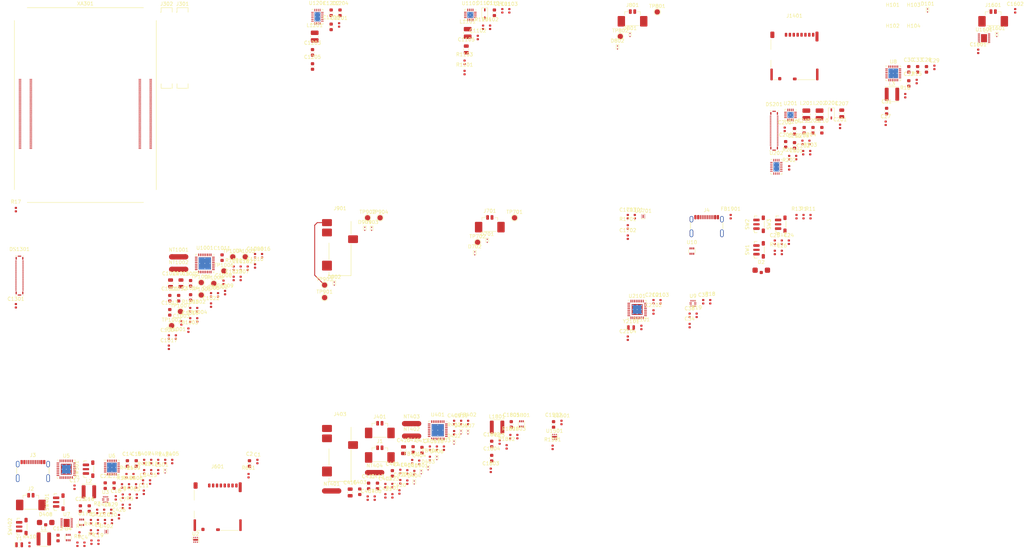
<source format=kicad_pcb>
(kicad_pcb (version 20210424) (generator pcbnew)
  (layers (0 "F.Cu" signal) (1 "In1.Cu" power) (2 "In2.Cu" mixed) (3 "In3.Cu" mixed) (4 "In4.Cu" power) (31 "B.Cu" signal) (34 "B.Paste" user) (35 "F.Paste" user) (36 "B.SilkS" user "B.Silkscreen") (37 "F.SilkS" user "F.Silkscreen") (38 "B.Mask" user) (39 "F.Mask" user) (44 "Edge.Cuts" user))
  (net 0 "")
  (net 1 "GND")
  (net 2 "+3V3")
  (net 3 "/System Control Block/scb_5v_en")
  (net 4 "+1V8")
  (net 5 "+5V")
  (net 6 "GNDA")
  (net 7 "Net-(C2-Pad1)")
  (net 8 "Net-(C201-Pad1)")
  (net 9 "Net-(C203-Pad1)")
  (net 10 "Net-(C208-Pad2)")
  (net 11 "Net-(C208-Pad1)")
  (net 12 "Net-(C209-Pad1)")
  (net 13 "Net-(C405-Pad1)")
  (net 14 "Net-(C406-Pad1)")
  (net 15 "Net-(C407-Pad1)")
  (net 16 "Net-(C408-Pad1)")
  (net 17 "Net-(C415-Pad2)")
  (net 18 "Net-(C416-Pad2)")
  (net 19 "Net-(C418-Pad1)")
  (net 20 "Net-(C419-Pad1)")
  (net 21 "Net-(C420-Pad2)")
  (net 22 "Net-(C421-Pad2)")
  (net 23 "Net-(C422-Pad2)")
  (net 24 "Net-(C423-Pad2)")
  (net 25 "Net-(D201-Pad2)")
  (net 26 "Net-(L202-Pad2)")
  (net 27 "Net-(R201-Pad1)")
  (net 28 "Net-(R202-Pad1)")
  (net 29 "Net-(R203-Pad2)")
  (net 30 "/Display1/disp_led+")
  (net 31 "/Display1/disp_avdd")
  (net 32 "/Display1/disp_avee")
  (net 33 "Net-(FB1-Pad1)")
  (net 34 "/5V Regulator/EN")
  (net 35 "/System Control Block/scb_usb_cc1")
  (net 36 "Net-(C7-Pad1)")
  (net 37 "Net-(C8-Pad1)")
  (net 38 "Net-(C9-Pad2)")
  (net 39 "Net-(C9-Pad1)")
  (net 40 "/System Control Block/scb_usb_cc2")
  (net 41 "Net-(C12-Pad1)")
  (net 42 "Net-(C13-Pad1)")
  (net 43 "/System Control Block/scb_sw_pow")
  (net 44 "/System Control Block/scb_vbat_sns")
  (net 45 "Net-(C19-Pad1)")
  (net 46 "Net-(C20-Pad1)")
  (net 47 "/Audio/aud_hpr")
  (net 48 "/Audio/aud_hpl")
  (net 49 "/Audio/aud_micdet")
  (net 50 "/Audio/aud_mic")
  (net 51 "Net-(D1-Pad1)")
  (net 52 "/Audio/aud_sprm")
  (net 53 "/Audio/aud_sprp")
  (net 54 "/Audio/aud_splm")
  (net 55 "/Audio/aud_splp")
  (net 56 "/System Control Block/scb_usb_dp")
  (net 57 "/System Control Block/scb_usb_dm")
  (net 58 "Net-(L2-Pad2)")
  (net 59 "/Memory/mem_pwr")
  (net 60 "/System Control Block/scb_int_usbc")
  (net 61 "Net-(R4-Pad1)")
  (net 62 "Net-(R5-Pad2)")
  (net 63 "/System Control Block/scb_int_fg")
  (net 64 "/Audio/aud_micbias")
  (net 65 "/System Control Block/scb_loc_scl")
  (net 66 "/System Control Block/scb_loc_sda")
  (net 67 "/System Control Block/scb_sw_vol+")
  (net 68 "/System Control Block/scb_sw_vol-")
  (net 69 "/Buttons & LEDs/scb_sw_pow")
  (net 70 "/Buttons & LEDs/scb_sw_vol+")
  (net 71 "/Buttons & LEDs/scb_sw_vol-")
  (net 72 "/Audio CODEC/IOVDD")
  (net 73 "/Audio CODEC/DVDD")
  (net 74 "Net-(C1005-Pad1)")
  (net 75 "/Audio CODEC/AVDD")
  (net 76 "/Audio CODEC/SPVDD")
  (net 77 "Net-(C1008-Pad1)")
  (net 78 "/Audio CODEC/hpr")
  (net 79 "/Audio CODEC/HP_R")
  (net 80 "/Audio CODEC/SPL_P")
  (net 81 "/Audio CODEC/SPL_M")
  (net 82 "Net-(C1018-Pad1)")
  (net 83 "/Audio CODEC/micdet")
  (net 84 "/Audio CODEC/mic")
  (net 85 "/Audio CODEC/hpl")
  (net 86 "/Audio CODEC/HP_L")
  (net 87 "/Audio CODEC/SPR_P")
  (net 88 "/Audio CODEC/SPR_M")
  (net 89 "Net-(C1023-Pad1)")
  (net 90 "Net-(C28-Pad1)")
  (net 91 "Net-(C29-Pad1)")
  (net 92 "Net-(C29-Pad2)")
  (net 93 "Net-(C30-Pad1)")
  (net 94 "Net-(C31-Pad1)")
  (net 95 "Net-(C1101-Pad1)")
  (net 96 "Net-(C1103-Pad1)")
  (net 97 "/Backlight/disp_led+")
  (net 98 "Net-(C1203-Pad1)")
  (net 99 "Net-(C1203-Pad2)")
  (net 100 "/Bias/disp_avdd")
  (net 101 "Net-(C1205-Pad1)")
  (net 102 "/Bias/disp_avee")
  (net 103 "/SD Power/VIN")
  (net 104 "/SD Power/VOUT")
  (net 105 "/Battery/scb_vbat_sns")
  (net 106 "Net-(C1602-Pad1)")
  (net 107 "/3V3 Regulators/VIN")
  (net 108 "/3V3 Regulators/VOUT1")
  (net 109 "/3V3 Regulators/VOUT2")
  (net 110 "/5V Regulator/VIN")
  (net 111 "/5V Regulator/VOUT")
  (net 112 "Net-(C1803-Pad2)")
  (net 113 "Net-(C2102-Pad1)")
  (net 114 "Net-(C2103-Pad1)")
  (net 115 "/Type-C Controller/scb_usb_cc1")
  (net 116 "/Type-C Controller/scb_usb_cc2")
  (net 117 "Net-(D408-Pad2)")
  (net 118 "Net-(D408-Pad3)")
  (net 119 "/Right speaker/SP_M")
  (net 120 "/Right speaker/SP_P")
  (net 121 "/Left speaker/SP_M")
  (net 122 "/Left speaker/SP_P")
  (net 123 "/Headpnones/HP_L")
  (net 124 "/Headpnones/HP_R")
  (net 125 "/Headpnones/MIC")
  (net 126 "Net-(D2-Pad2)")
  (net 127 "Net-(D2-Pad3)")
  (net 128 "Net-(D1101-Pad2)")
  (net 129 "Net-(D1601-Pad1)")
  (net 130 "/Display1/disp_pwm")
  (net 131 "/Display1/disp_led2-")
  (net 132 "/Display1/disp_led1-")
  (net 133 "/Audio CODEC/splp")
  (net 134 "/Audio CODEC/splm")
  (net 135 "/Audio CODEC/sprp")
  (net 136 "/Audio CODEC/sprm")
  (net 137 "Net-(FB1901-Pad1)")
  (net 138 "/USB Type-C/scb_usb_cc1")
  (net 139 "/USB Type-C/scb_usb_dm")
  (net 140 "/USB Type-C/scb_usb_dp")
  (net 141 "/USB Type-C/scb_usb_cc2")
  (net 142 "Net-(L1201-Pad2)")
  (net 143 "Net-(L1801-Pad2)")
  (net 144 "/System Control Block/scb_dbg_rst")
  (net 145 "/System Control Block/scb_3v3a_en")
  (net 146 "/System Control Block/scb_int_bc")
  (net 147 "/System Control Block/scb_global_en")
  (net 148 "/System Control Block/scb_led_g")
  (net 149 "/Audio CODEC/micbias")
  (net 151 "Net-(R1101-Pad1)")
  (net 152 "Net-(R1102-Pad1)")
  (net 153 "Net-(R1103-Pad2)")
  (net 154 "/Compute module 4/scb_global_en")
  (net 155 "/SD Power/EN")
  (net 156 "/3V3 Regulators/EN2")
  (net 157 "/System controller/scb_dbg_rst")
  (net 158 "/Type-C Controller/scb_int_usbc")
  (net 160 "/Audio CODEC/reset")
  (net 161 "/Audio CODEC/int")
  (net 162 "/Audio CODEC/mclk")
  (net 163 "/Audio CODEC/i2s_sclk")
  (net 164 "/Audio CODEC/i2s_fs")
  (net 165 "/Audio CODEC/i2s_dout")
  (net 166 "/Audio CODEC/i2s_din")
  (net 167 "/Display1/disp_d0_n")
  (net 168 "/Display1/disp_d0_p")
  (net 169 "/Display1/disp_d1_n")
  (net 170 "/Display1/disp_d1_p")
  (net 173 "/Display1/disp_d3_n")
  (net 174 "/Display1/disp_d3_p")
  (net 175 "/Display1/disp_clk_n")
  (net 176 "/Display1/disp_clk_p")
  (net 177 "/Display1/disp_d2_n")
  (net 178 "/Display1/disp_d2_p")
  (net 181 "/Display/disp_avdd")
  (net 182 "/Display/disp_avee")
  (net 183 "/Display/disp_d0_n")
  (net 184 "/Display/disp_d0_p")
  (net 185 "/Display/disp_d1_n")
  (net 186 "/Display/disp_d1_p")
  (net 187 "/Display/disp_led+")
  (net 188 "/Display/disp_led1-")
  (net 189 "/Display/disp_led2-")
  (net 192 "/Display/disp_d3_n")
  (net 193 "/Display/disp_d3_p")
  (net 194 "/Display/disp_clk_n")
  (net 195 "/Display/disp_clk_p")
  (net 196 "/Display/disp_d2_n")
  (net 197 "/Display/disp_d2_p")
  (net 200 "/Display/disp_pwm")
  (net 206 "/Memory/mem_clk")
  (net 207 "/Memory/mem_cmd")
  (net 208 "/Memory/mem_dat3")
  (net 209 "/Memory/mem_dat2")
  (net 210 "/Memory/mem_dat0")
  (net 212 "/Memory/mem_dat1")
  (net 214 "/SD Card/sd_clk")
  (net 215 "/SD Card/VDD")
  (net 216 "/SD Card/sd_cmd")
  (net 217 "/SD Card/sd_dat3")
  (net 218 "/SD Card/sd_dat2")
  (net 219 "/SD Card/sd_dat0")
  (net 221 "/SD Card/sd_dat1")
  (net 222 "/Buttons & LEDs/scb_led_r")
  (net 223 "/Buttons & LEDs/scb_led_g")
  (net 224 "Net-(R15-Pad2)")
  (net 225 "Net-(R19-Pad1)")
  (net 226 "/System Control Block/scb_led_r")
  (net 228 "/System Control Block/scb_usb_id")
  (net 235 "/System Control Block/scb_sda")
  (net 236 "/System Control Block/scb_scl")
  (net 237 "/System Control Block/scb_int2")
  (net 241 "/System Control Block/scb_led_act")
  (net 244 "/System Control Block/scb_dbg_updi")
  (net 247 "/System Control Block/scb_bc_psel")
  (net 248 "/System Control Block/scb_bc_pg")
  (net 250 "/System Control Block/scb_bc_otg")
  (net 257 "/System Control Block/scb_ibat_sns_m")
  (net 258 "/System Control Block/scb_ibat_sns_p")
  (net 259 "/Charger/scb_bc_psel")
  (net 260 "/Charger/scb_bc_pg")
  (net 262 "/Charger/scb_loc_scl")
  (net 263 "/Charger/scb_loc_sda")
  (net 264 "/Charger/scb_int_bc")
  (net 265 "/Charger/scb_bc_otg")
  (net 268 "/Type-C Controller/scb_loc_sda")
  (net 269 "/Type-C Controller/scb_loc_scl")
  (net 270 "/Type-C Controller/scb_usb_id")
  (net 271 "/Display1/disp_vbp_en")
  (net 272 "/Display1/disp_vbn_en")
  (net 273 "/Display1/disp_sda")
  (net 274 "/Display1/disp_scl")
  (net 275 "/Audio/aud_dout")
  (net 276 "/Audio/aud_din")
  (net 277 "/Audio/aud_wclk")
  (net 278 "/Audio/aud_bclk")
  (net 280 "/Audio/aud_sda")
  (net 281 "/Audio/aud_scl")
  (net 282 "/Audio/aud_reset")
  (net 283 "/Audio/aud_int")
  (net 284 "/Audio CODEC/i2c_sda")
  (net 285 "/Audio CODEC/i2c_scl")
  (net 286 "/Backlight/disp_pwm")
  (net 287 "/Backlight/disp_led2-")
  (net 288 "/Backlight/disp_led1-")
  (net 289 "/Bias/disp_vbp_en")
  (net 290 "/Bias/disp_vbn_en")
  (net 291 "/Bias/disp_sda")
  (net 292 "/Bias/disp_scl")
  (net 298 "/Battery/scb_ibat_sns_m")
  (net 299 "/Battery/scb_ibat_sns_p")
  (net 300 "/Battery/scb_int_fg")
  (net 301 "/Battery/scb_loc_sda")
  (net 302 "/Battery/scb_loc_scl")
  (net 303 "/System controller/scb_loc_scl")
  (net 310 "/System controller/scb_sda")
  (net 311 "/System controller/scb_scl")
  (net 312 "/System controller/scb_int_fg")
  (net 313 "/System controller/scb_int_usbc")
  (net 314 "/System controller/scb_int_bc")
  (net 315 "/System controller/scb_int2")
  (net 316 "/System controller/scb_global_en")
  (net 320 "/System controller/scb_led_act")
  (net 321 "/System controller/scb_led_g")
  (net 324 "/System controller/scb_dbg_updi")
  (net 327 "/System controller/scb_loc_sda")
  (net 342 "/Compute module 4/scb_led_act")
  (net 344 "/Compute module 4/aud_din")
  (net 345 "/Compute module 4/aud_wclk")
  (net 346 "/Compute module 4/aud_dout")
  (net 364 "/Compute module 4/aud_bclk")
  (net 370 "/Compute module 4/mem_clk")
  (net 372 "/Compute module 4/mem_dat3")
  (net 373 "/Compute module 4/mem_cmd")
  (net 374 "/Compute module 4/mem_dat0")
  (net 376 "/Compute module 4/mem_dat1")
  (net 378 "/Compute module 4/mem_dat2")
  (net 382 "/Compute module 4/mem_pwr")
  (net 384 "/Compute module 4/aud_scl")
  (net 385 "/Compute module 4/aud_sda")
  (net 388 "/Compute module 4/scb_run_pg")
  (net 389 "/Compute module 4/scb_rpiboot")
  (net 393 "/Compute module 4/scb_3v3a_en")
  (net 394 "/Compute module 4/scb_extrst")
  (net 395 "/Compute module 4/scb_usb_id")
  (net 397 "/Compute module 4/scb_usb_dm")
  (net 399 "/Compute module 4/scb_usb_dp")
  (net 447 "/Compute module 4/disp_d0_n")
  (net 449 "/Compute module 4/disp_d0_p")
  (net 451 "/Compute module 4/disp_d1_n")
  (net 453 "/Compute module 4/disp_d1_p")
  (net 455 "/Compute module 4/disp_clk_n")
  (net 457 "/Compute module 4/disp_clk_p")
  (net 459 "/Compute module 4/disp_d2_n")
  (net 460 "/Compute module 4/disp_d3_n")
  (net 461 "/Compute module 4/disp_d2_p")
  (net 462 "/Compute module 4/disp_d3_p")
  (footprint "DIYPie:C_0402_1005Metric" (layer "F.Cu") (at 73.068 114.686)
    (fp_text reference "C1005")
    (fp_text value "470n")
  )
  (footprint "DIYPie:C_0603_1608Metric" (layer "F.Cu") (at 246.398 67.966)
    (fp_text reference "C210")
    (fp_text value "10u")
  )
  (footprint "DIYPie:R_0402_1005Metric" (layer "F.Cu") (at 35.158 185.456)
    (fp_text reference "R8")
    (fp_text value "732K")
  )
  (footprint "DIYPie:C_0402_1005Metric" (layer "F.Cu") (at 76.618 111.136)
    (fp_text reference "C1008")
    (fp_text value "470n")
  )
  (footprint "DIYPie:C_0603_1608Metric" (layer "F.Cu") (at 51.848 162.536)
    (fp_text reference "C15")
    (fp_text value "10u")
  )
  (footprint "DIYPie:D_SOD-923" (layer "F.Cu") (at 130.738 167.931)
    (fp_text reference "D404")
    (fp_text value "DF2B7AFS")
  )
  (footprint "DIYPie:L_TYA4020" (layer "F.Cu") (at 25.628 183.956)
    (fp_text reference "L1")
    (fp_text value "1u")
  )
  (footprint "DIYPie:D_SOD-323F" (layer "F.Cu") (at 249.098 63.346)
    (fp_text reference "D201")
    (fp_text value "PMEG4010CEJ")
  )
  (footprint "DIYPie:R_0402_1005Metric" (layer "F.Cu") (at 158.008 154.916)
    (fp_text reference "R1801")
    (fp_text value "732K")
  )
  (footprint "DIYPie:C_0603_1608Metric" (layer "F.Cu") (at 109.668 34.636)
    (fp_text reference "C1204")
    (fp_text value "10u")
  )
  (footprint "DIYPie:R_0402_1005Metric" (layer "F.Cu") (at 47.808 168.906)
    (fp_text reference "R10")
    (fp_text value "10K")
  )
  (footprint "DIYPie:C_0402_1005Metric" (layer "F.Cu") (at 81.488 110.036)
    (fp_text reference "C1007")
    (fp_text value "0u1")
  )
  (footprint "DIYPie:CKCOMPONENTS_PTS845VM20PSMTR4LFS" (layer "F.Cu") (at 228.738 94.666)
    (fp_text reference "SW2")
    (fp_text value "VOL+")
  )
  (footprint "DIYPie:C_0402_1005Metric" (layer "F.Cu") (at 191.338 92.496)
    (fp_text reference "C1703")
    (fp_text value "470n")
  )
  (footprint "DIYPie:C_0402_1005Metric" (layer "F.Cu") (at 152.458 164.476)
    (fp_text reference "C1803")
    (fp_text value "220p")
  )
  (footprint "DIYPie:R_0402_1005Metric" (layer "F.Cu") (at 50.018 174.726)
    (fp_text reference "R5")
    (fp_text value "10K")
  )
  (footprint "DIYPie:R_0402_1005Metric" (layer "F.Cu") (at 21.548 185.536)
    (fp_text reference "R410")
    (fp_text value "100R")
  )
  (footprint "DIYPie:C_0603_1608Metric" (layer "F.Cu") (at 29.658 183.686)
    (fp_text reference "C12")
    (fp_text value "4u7")
  )
  (footprint "DIYPie:C_0402_1005Metric" (layer "F.Cu") (at 130.758 165.116)
    (fp_text reference "C417")
    (fp_text value "470n")
  )
  (footprint "DIYPie:D_SOD-923" (layer "F.Cu") (at 191.958 40.941)
    (fp_text reference "D801")
    (fp_text value "DF2B7AFS")
  )
  (footprint "DIYPie:C_0402_1005Metric" (layer "F.Cu") (at 81.488 107.126)
    (fp_text reference "C1018")
    (fp_text value "47n")
  )
  (footprint "DIYPie:C_0402_1005Metric" (layer "F.Cu") (at 17.698 117.786)
    (fp_text reference "C1301")
    (fp_text value "1u")
  )
  (footprint "DIYPie:C_0402_1005Metric" (layer "F.Cu") (at 67.168 121.796)
    (fp_text reference "C1019")
    (fp_text value "470n")
  )
  (footprint "DIYPie:R_0402_1005Metric" (layer "F.Cu") (at 145.018 48.696)
    (fp_text reference "R1103")
    (fp_text value "732K")
  )
  (footprint "DIYPie:C_0402_1005Metric" (layer "F.Cu") (at 44.738 176.136)
    (fp_text reference "C429")
    (fp_text value "0u1")
  )
  (footprint "DIYPie:C_0402_1005Metric" (layer "F.Cu") (at 79.498 110.036)
    (fp_text reference "C1023")
    (fp_text value "47n")
  )
  (footprint "DIYPie:C_0402_1005Metric" (layer "F.Cu") (at 34.338 169.276)
    (fp_text reference "C17")
    (fp_text value "220p")
  )
  (footprint "DIYPie:MAXIM_TDFN-14-EP-T1433-2C" (layer "F.Cu") (at 292.418 41.856)
    (fp_text reference "U1601")
    (fp_text value "MAX17260SETD+")
  )
  (footprint "DIYPie:TestPoint_Pad_D1.5mm" (layer "F.Cu") (at 76.728 107.906)
    (fp_text reference "TP1006")
    (fp_text value "TestPoint")
  )
  (footprint "DIYPie:L_0402_1005Metric" (layer "F.Cu") (at 69.158 121.796)
    (fp_text reference "FB1004")
    (fp_text value "120R")
  )
  (footprint "DIYPie:C_0805_2012Metric" (layer "F.Cu") (at 64.538 111.426)
    (fp_text reference "C1015")
    (fp_text value "47u")
  )
  (footprint "DIYPie:C_0402_1005Metric" (layer "F.Cu") (at 119.518 172.366)
    (fp_text reference "C406")
    (fp_text value "0u1")
  )
  (footprint "DIYPie:C_0603_1608Metric" (layer "F.Cu") (at 273.578 50.696)
    (fp_text reference "C33")
    (fp_text value "10u")
  )
  (footprint "DIYPie:D_SOD-923" (layer "F.Cu") (at 60.048 164.801)
    (fp_text reference "D1")
    (fp_text value "DF2B7AFS")
  )
  (footprint "DIYPie:L_TYA4020" (layer "F.Cu") (at 266.298 57.756)
    (fp_text reference "L3")
    (fp_text value "1u")
  )
  (footprint "DIYPie:L_0402_1005Metric" (layer "F.Cu") (at 146.028 150.906)
    (fp_text reference "FB402")
    (fp_text value "120R")
  )
  (footprint "DIYPie:CKCOMPONENTS_PTS845VM20PSMTR4LFS" (layer "F.Cu") (at 228.738 101.916)
    (fp_text reference "SW1")
    (fp_text value "POWER")
  )
  (footprint "DIYPie:L_0402_1005Metric" (layer "F.Cu") (at 75.058 114.686)
    (fp_text reference "FB1002")
    (fp_text value "120R")
  )
  (footprint "DIYPie:R_0402_1005Metric" (layer "F.Cu") (at 39.138 184.866)
    (fp_text reference "R6")
    (fp_text value "10K")
  )
  (footprint "DIYPie:C_0603_1608Metric" (layer "F.Cu") (at 35.998 175.336)
    (fp_text reference "C22")
    (fp_text value "10u")
  )
  (footprint "DIYPie:D_SOD-323F" (layer "F.Cu") (at 150.748 34.966)
    (fp_text reference "D1101")
    (fp_text value "PMEG4010CEJ")
  )
  (footprint "DIYPie:C_0402_1005Metric" (layer "F.Cu") (at 198.628 119.556)
    (fp_text reference "C2102")
    (fp_text value "12p")
  )
  (footprint "DIYPie:C_0402_1005Metric" (layer "F.Cu") (at 128.768 164.926)
    (fp_text reference "C408")
    (fp_text value "470n")
  )
  (footprint "DIYPie:TestPoint_Pad_D1.5mm" (layer "F.Cu") (at 70.298 111.186)
    (fp_text reference "TP1005")
    (fp_text value "TestPoint")
  )
  (footprint "DIYPie:C_0402_1005Metric" (layer "F.Cu") (at 155.728 34.086)
    (fp_text reference "C1101")
    (fp_text value "1u")
  )
  (footprint "DIYPie:R_0402_1005Metric" (layer "F.Cu") (at 49.078 165.996)
    (fp_text reference "R411")
    (fp_text value "100R")
  )
  (footprint "DIYPie:C_0603_1608Metric" (layer "F.Cu") (at 67.268 115.426)
    (fp_text reference "C1014")
    (fp_text value "10u")
  )
  (footprint "DIYPie:MICROCHIP_VQFN-32_RXB" (layer "F.Cu") (at 31.998 164.176)
    (fp_text reference "U5")
    (fp_text value "ATmega808-M")
  )
  (footprint "DIYPie:C_0402_1005Metric" (layer "F.Cu") (at 240.888 71.426)
    (fp_text reference "C205")
    (fp_text value "1u")
  )
  (footprint "DIYPie:SOT-563" (layer "F.Cu") (at 36.368 179.216)
    (fp_text reference "U1")
    (fp_text value "TPS61023")
  )
  (footprint "DIYPie:TDFN1616-6LD-PL-1" (layer "F.Cu") (at 170.538 154.986)
    (fp_text reference "U1501")
    (fp_text value "MIC94305")
  )
  (footprint "DIYPie:NetTie-2_SMD_Pad1.5mm" (layer "F.Cu") (at 63.888 103.896)
    (fp_text reference "NT1001")
    (fp_text value "Net-Tie_2")
  )
  (footprint "DIYPie:TestPoint_Pad_D1.5mm" (layer "F.Cu") (at 70.298 114.736)
    (fp_text reference "TP1001")
    (fp_text value "TestPoint")
  )
  (footprint "DIYPie:L_0402_1005Metric" (layer "F.Cu") (at 135.178 161.106)
    (fp_text reference "FB404")
    (fp_text value "120R")
  )
  (footprint "DIYPie:C_0603_1608Metric" (layer "F.Cu") (at 124.528 165.356)
    (fp_text reference "C401")
    (fp_text value "4u7")
  )
  (footprint "DIYPie:C_0402_1005Metric" (layer "F.Cu") (at 109.408 38.096)
    (fp_text reference "C1201")
    (fp_text value "1u")
  )
  (footprint "DIYPie:C_0603_1608Metric" (layer "F.Cu") (at 67.268 111.416)
    (fp_text reference "C1002")
    (fp_text value "4u7")
  )
  (footprint "DIYPie:C_0603_1608Metric" (layer "F.Cu") (at 38.508 175.336)
    (fp_text reference "C16")
    (fp_text value "10u")
  )
  (footprint "DIYPie:L_1008_2520Metric" (layer "F.Cu") (at 145.898 40.356)
    (fp_text reference "L1101")
    (fp_text value "4u7")
  )
  (footprint "DIYPie:C_0402_1005Metric" (layer "F.Cu") (at 55.768 167.806)
    (fp_text reference "C425")
    (fp_text value "470n")
  )
  (footprint "DIYPie:R_0402_1005Metric" (layer "F.Cu") (at 152.258 38.756)
    (fp_text reference "R1102")
    (fp_text value "82K")
  )
  (footprint "DIYPie:R_0402_1005Metric" (layer "F.Cu") (at 139.158 158.196)
    (fp_text reference "R403")
    (fp_text value "100R")
  )
  (footprint "DIYPie:NetTie-2_SMD_Pad1.5mm" (layer "F.Cu") (at 63.888 107.446)
    (fp_text reference "NT1002")
    (fp_text value "Net-Tie_2")
  )
  (footprint "DIYPie:C_0402_1005Metric" (layer "F.Cu") (at 60.068 161.986)
    (fp_text reference "C424")
    (fp_text value "470n")
  )
  (footprint "DIYPie:R_0402_1005Metric" (layer "F.Cu") (at 51.068 165.996)
    (fp_text reference "R409")
    (fp_text value "10K")
  )
  (footprint "DIYPie:C_0402_1005Metric" (layer "F.Cu") (at 48.028 171.816)
    (fp_text reference "C9")
    (fp_text value "47n")
  )
  (footprint "DIYPie:C_0402_1005Metric" (layer "F.Cu") (at 85.558 103.576)
    (fp_text reference "C1006")
    (fp_text value "0u1")
  )
  (footprint "DIYPie:DIODES_X2-DFN1212-6" (layer "F.Cu") (at 195.698 92.416)
    (fp_text reference "U1701")
    (fp_text value "AP7342")
  )
  (footprint "DIYPie:C_0805_2012Metric" (layer "F.Cu") (at 112.548 170.756)
    (fp_text reference "C416")
    (fp_text value "47u")
  )
  (footprint "DIYPie:C_0402_1005Metric" (layer "F.Cu") (at 126.778 167.716)
    (fp_text reference "C422")
    (fp_text value "470p")
  )
  (footprint "DIYPie:C_0603_1608Metric" (layer "F.Cu") (at 107.158 34.636)
    (fp_text reference "C1202")
    (fp_text value "4u7")
  )
  (footprint "DIYPie:R_0402_1005Metric" (layer "F.Cu") (at 62.058 161.986)
    (fp_text reference "R405")
    (fp_text value "732K")
  )
  (footprint "DIYPie:R_0402_1005Metric" (layer "F.Cu") (at 239.208 92.496)
    (fp_text reference "R13")
    (fp_text value "100K")
  )
  (footprint "DIYPie:TestPoint_Pad_D1.5mm" (layer "F.Cu") (at 117.498 92.816)
    (fp_text reference "TP902")
    (fp_text value "TestPoint")
  )
  (footprint "DIYPie:C_0402_1005Metric" (layer "F.Cu") (at 122.548 171.726)
    (fp_text reference "C421")
    (fp_text value "470p")
  )
  (footprint "DIYPie:MOLEX_2171790001" (layer "F.Cu") (at 213.718 96.066)
    (fp_text reference "J4")
    (fp_text value "MOLEX_2171790001")
  )
  (footprint "DIYPie:TDFN1616-6LD-PL-1" (layer "F.Cu") (at 68.698 184.206)
    (fp_text reference "U2")
    (fp_text value "MIC94305")
  )
  (footprint "DIYPie:C_0402_1005Metric" (layer "F.Cu") (at 278.338 50.146)
    (fp_text reference "C29")
    (fp_text value "47n")
  )
  (footprint "DIYPie:L_1008_2520Metric" (layer "F.Cu") (at 245.748 63.486)
    (fp_text reference "L202")
    (fp_text value "4u7")
  )
  (footprint "DIYPie:C_0402_1005Metric" (layer "F.Cu") (at 122.548 168.816)
    (fp_text reference "C402")
    (fp_text value "0u1")
  )
  (footprint "DIYPie:C_0402_1005Metric" (layer "F.Cu") (at 142.048 150.906)
    (fp_text reference "C409")
    (fp_text value "0u1")
  )
  (footprint "DIYPie:CKCOMPONENTS_PTS845VM20PSMTR4LFS" (layer "F.Cu") (at 234.888 94.666)
    (fp_text reference "SW3")
    (fp_text value "VOL-")
  )
  (footprint "DIYPie:C_0603_1608Metric" (layer "F.Cu") (at 170.268 151.456)
    (fp_text reference "C1502")
    (fp_text value "10u")
  )
  (footprint "DIYPie:HIROSE_DF40C-100DS-0.4V(51)_NoPads" (layer "F.Cu") (at 64.988 44.636)
    (fp_text reference "J301")
    (fp_text value "DF40C-100DS-0.4V(51)")
  )
  (footprint "DIYPie:C_0603_1608Metric" (layer "F.Cu") (at 61.368 119.646)
    (fp_text reference "C1013")
    (fp_text value "10u")
  )
  (footprint "DIYPie:C_0402_1005Metric" (layer "F.Cu") (at 251.568 66.876)
    (fp_text reference "C201")
    (fp_text value "1u")
  )
  (footprint "DIYPie:C_0603_1608Metric" (layer "F.Cu") (at 264.778 62.536)
    (fp_text reference "C31")
    (fp_text value "10u")
  )
  (footprint "DIYPie:C_0805_2012Metric" (layer "F.Cu") (at 145.498 45.036)
    (fp_text reference "C1105")
    (fp_text value "4u7")
  )
  (footprint "DIYPie:D_SOD-923" (layer "F.Cu") (at 296.038 40.941)
    (fp_text reference "D1601")
    (fp_text value "DF2B7AFS")
  )
  (footprint "DIYPie:C_0402_1005Metric" (layer "F.Cu") (at 208.888 123.406)
    (fp_text reference "C34")
    (fp_text value "220p")
  )
  (footprint "DIYPie:R_0402_1005Metric" (layer "F.Cu") (at 69.158 118.886)
    (fp_text reference "R1002")
    (fp_text value "2K2")
  )
  (footprint "DIYPie:CKCOMPONENTS_PTS845VM20PSMTR4LFS" (layer "F.Cu") (at 30.018 173.506)
    (fp_text reference "SW401")
    (fp_text value "POWER")
  )
  (footprint "DIYPie:SOT-563" (layer "F.Cu") (at 32.538 183.556)
    (fp_text reference "U4")
    (fp_text value "DT1446-04V-7")
  )
  (footprint "DIYPie:TestPoint_Pad_D1.5mm" (layer "F.Cu") (at 105.298 115.466)
    (fp_text reference "TP901")
    (fp_text value "TestPoint")
  )
  (footprint "DIYPie:C_0402_1005Metric" (layer "F.Cu") (at 85.558 106.486)
    (fp_text reference "C1010")
    (fp_text value "0u1")
  )
  (footprint "DIYPie:D_SOD-923" (layer "F.Cu") (at 134.678 163.921)
    (fp_text reference "D403")
    (fp_text value "DF2B7AFS")
  )
  (footprint "DIYPie:C_0402_1005Metric" (layer "F.Cu") (at 61.108 129.566)
    (fp_text reference "C1017")
    (fp_text value "470p")
  )
  (footprint "DIYPie:NetTie-2_SMD_Pad1.5mm" (layer "F.Cu") (at 107.298 170.326)
    (fp_text reference "NT401")
    (fp_text value "Net-Tie_2")
  )
  (footprint "DIYPie:L_0402_1005Metric" (layer "F.Cu") (at 130.158 162.016)
    (fp_text reference "FB401")
    (fp_text value "120R")
  )
  (footprint "DIYPie:KINGBRIGHT_APBA3010" (layer "F.Cu") (at 26.153 179.281)
    (fp_text reference "D408")
    (fp_text value "STATUS")
  )
  (footprint "DIYPie:R_0402_1005Metric" (layer "F.Cu") (at 67.168 118.886)
    (fp_text reference "R1003")
    (fp_text value "100R")
  )
  (footprint "DIYPie:R_0402_1005Metric" (layer "F.Cu") (at 142.048 153.816)
    (fp_text reference "R402")
    (fp_text value "100R")
  )
  (footprint "DIYPie:L_0402_1005Metric" (layer "F.Cu") (at 63.098 126.656)
    (fp_text reference "FB1001")
    (fp_text value "120R")
  )
  (footprint "DIYPie:KYOCERA_245863050104829+" (layer "F.Cu") (at 18.718 109.226)
    (fp_text reference "DS1301")
    (fp_text value "LPM035M407B")
  )
  (footprint "DIYPie:C_0603_1608Metric" (layer "F.Cu") (at 152.718 157.006)
    (fp_text reference "C1802")
    (fp_text value "4u7")
  )
  (footprint "MountingHole:MountingHole_2.2mm_M2" (layer "F.Cu") (at 266.498 41.556)
    (fp_text reference "H102")
    (fp_text value "Hole")
  )
  (footprint "DIYPie:MOLEX_533980267" (layer "F.Cu") (at 120.968 159.326)
    (fp_text reference "J1")
    (fp_text value "SPK_L")
  )
  (footprint "DIYPie:R_0402_1005Metric" (layer "F.Cu") (at 150.268 38.756)
    (fp_text reference "R1104")
    (fp_text value "34K")
  )
  (footprint "DIYPie:R_0402_1005Metric" (layer "F.Cu") (at 38.988 181.956)
    (fp_text reference "R414")
    (fp_text value "100K")
  )
  (footprint "DIYPie:C_0402_1005Metric" (layer "F.Cu") (at 290.768 45.586)
    (fp_text reference "C1601")
    (fp_text value "0u1")
  )
  (footprint "DIYPie:NetTie-2_SMD_Pad1.5mm" (layer "F.Cu") (at 129.988 154.776)
    (fp_text reference "NT402")
    (fp_text value "Net-Tie_2")
  )
  (footprint "DIYPie:C_0402_1005Metric" (layer "F.Cu") (at 235.868 67.716)
    (fp_text reference "C203")
    (fp_text value "470n")
  )
  (footprint "DIYPie:L_0402_1005Metric" (layer "F.Cu") (at 128.768 167.836)
    (fp_text reference "FB403")
    (fp_text value "120R")
  )
  (footprint "DIYPie:R_0402_1005Metric" (layer "F.Cu") (at 241.198 92.496)
    (fp_text reference "R1")
    (fp_text value "100R")
  )
  (footprint "DIYPie:R_0402_1005Metric" (layer "F.Cu") (at 191.338 95.406)
    (fp_text reference "R1701")
    (fp_text value "732K")
  )
  (footprint "DIYPie:C_0603_1608Metric" (layer "F.Cu") (at 49.338 162.536)
    (fp_text reference "C14")
    (fp_text value "10u")
  )
  (footprint "DIYPie:R_0402_1005Metric" (layer "F.Cu") (at 40.758 176.136)
    (fp_text reference "R3")
    (fp_text value "10K")
  )
  (footprint "DIYPie:C_0603_1608Metric" (layer "F.Cu") (at 101.868 45.876)
    (fp_text reference "C1203")
    (fp_text value "4u7")
  )
  (footprint "DIYPie:C_0603_1608Metric" (layer "F.Cu") (at 45.558 168.826)
    (fp_text reference "C13")
    (fp_text value "10u")
  )
  (footprint "DIYPie:MOLEX_5033981892" (layer "F.Cu") (at 238.618 46.506)
    (fp_text reference "J1401")
    (fp_text value "MOLEX_5033981892")
  )
  (footprint "DIYPie:C_0603_1608Metric" (layer "F.Cu") (at 153.478 34.636)
    (fp_text reference "C1104")
    (fp_text value "4u7")
  )
  (footprint "DIYPie:TestPoint_Pad_D1.5mm" (layer "F.Cu") (at 61.888 123.426)
    (fp_text reference "TP1002")
    (fp_text value "TestPoint")
  )
  (footprint "DIYPie:R_0402_1005Metric" (layer "F.Cu") (at 145.018 51.606)
    (fp_text reference "R1101")
    (fp_text value "34K")
  )
  (footprint "DIYPie:MOLEX_533980267" (layer "F.Cu") (at 192.678 35.556)
    (fp_text reference "J801")
    (fp_text value "SPK_R")
  )
  (footprint "DIYPie:CM4_LOW_PROFILE_NoHoles" (layer "F.Cu") (at 37.408 60.836)
    (fp_text reference "XA301")
    (fp_text value "CM4")
  )
  (footprint "DIYPie:C_0402_1005Metric" (layer "F.Cu") (at 53.778 167.806)
    (fp_text reference "C3")
    (fp_text value "220p")
  )
  (footprint "DIYPie:TI_TLV320AIC3110" (layer "F.Cu") (at 137.408 153.096)
    (fp_text reference "U401")
    (fp_text value "TLV320AIC3110IRHB")
  )
  (footprint "DIYPie:C_0402_1005Metric" (layer "F.Cu") (at 200.618 116.646)
    (fp_text reference "C2103")
    (fp_text value "12p")
  )
  (footprint "DIYPie:C_0603_1608Metric" (layer "F.Cu") (at 107.158 38.646)
    (fp_text reference "C1206")
    (fp_text value "10u")
  )
  (footprint "DIYPie:C_0402_1005Metric" (layer "F.Cu") (at 237.038 99.746)
    (fp_text reference "C24")
    (fp_text value "0u1")
  )
  (footprint "DIYPie:C_0402_1005Metric" (layer "F.Cu") (at 132.148 162.206)
    (fp_text reference "C404")
    (fp_text value "0u1")
  )
  (footprint "DIYPie:C_0603_1608Metric" (layer "F.Cu") (at 83.978 162.536)
    (fp_text reference "C2")
    (fp_text value "10u")
  )
  (footprint "DIYPie:R_0402_1005Metric" (layer "F.Cu") (at 35.738 182.546)
    (fp_text reference "R7")
    (fp_text value "732K")
  )
  (footprint "DIYPie:NetTie-2_SMD_Pad1.5mm" (layer "F.Cu") (at 119.498 165.126)
    (fp_text reference "NT404")
    (fp_text value "Net-Tie_2")
  )
  (footprint "DIYPie:R_0402_1005Metric" (layer "F.Cu") (at 243.188 92.496)
    (fp_text reference "R11")
    (fp_text value "100R")
  )
  (footprint "DIYPie:ON_X2QFN-12_1.6x1.6mm_P0.4mm" (layer "F.Cu") (at 43.118 172.756)
    (fp_text reference "U3")
    (fp_text value "FUSB303BTMX")
  )
  (footprint "DIYPie:C_0402_1005Metric" (layer "F.Cu") (at 42.968 179.046)
    (fp_text reference "C10")
    (fp_text value "1u")
  )
  (footprint "DIYPie:C_0402_1005Metric" (layer "F.Cu") (at 135.178 158.196)
    (fp_text reference "C405")
    (fp_text value "470n")
  )
  (footprint "DIYPie:C_0402_1005Metric" (layer "F.Cu") (at 46.948 177.636)
    (fp_text reference "C426")
    (fp_text value "470n")
  )
  (footprint "DIYPie:C_0402_1005Metric" (layer "F.Cu") (at 126.528 170.626)
    (fp_text reference "C420")
    (fp_text value "470p")
  )
  (footprint "DIYPie:CKCOMPONENTS_PTS845VM20PSMTR4LFS" (layer "F.Cu") (at 19.528 180.456)
    (fp_text reference "SW402")
    (fp_text value "VOL-")
  )
  (footprint "DIYPie:SOT-563" (layer "F.Cu") (at 209.518 102.266)
    (fp_text reference "U10")
    (fp_text value "DT1446-04V-7")
  )
  (footprint "DIYPie:C_0402_1005Metric" (layer "F.Cu") (at 124.538 168.816)
    (fp_text reference "C423")
    (fp_text value "470p")
  )
  (footprint "DIYPie:C_0402_1005Metric" (layer "F.Cu") (at 137.168 158.196)
    (fp_text reference "C418")
    (fp_text value "47n")
  )
  (footprint "DIYPie:C_0603_1608Metric" (layer "F.Cu") (at 132.928 158.746)
    (fp_text reference "C413")
    (fp_text value "10u")
  )
  (footprint "DIYPie:CUI_DEVICES_SJ-43514-SMT" (layer "F.Cu") (at 109.673 159.751)
    (fp_text reference "J403")
    (fp_text value "HP")
  )
  (footprint "DIYPie:C_0402_1005Metric" (layer "F.Cu") (at 117.528 172.366)
    (fp_text reference "C407")
    (fp_text value "0u1")
  )
  (footprint "DIYPie:MOLEX_533980267" (layer "F.Cu") (at 152.178 93.966)
    (fp_text reference "J701")
    (fp_text value "SPK_R")
  )
  (footprint "DIYPie:C_0402_1005Metric" (layer "F.Cu") (at 58.078 164.896)
    (fp_text reference "C6")
    (fp_text value "1u")
  )
  (footprint "DIYPie:C_0402_1005Metric" (layer "F.Cu") (at 126.778 164.806)
    (fp_text reference "C410")
    (fp_text value "0u1")
  )
  (footprint "DIYPie:R_0402_1005Metric" (layer "F.Cu") (at 54.098 164.896)
    (fp_text reference "R413")
    (fp_text value "100K")
  )
  (footprint "DIYPie:TI_TPS65132WRVC" (layer "F.Cu") (at 233.488 78.366)
    (fp_text reference "U202")
    (fp_text value "TPS65132W")
  )
  (footprint "DIYPie:D_SOD-923" (layer "F.Cu") (at 276.398 33.991)
    (fp_text reference "D101")
    (fp_text value "XBP1010-G")
  )
  (footprint "DIYPie:C_0402_1005Metric" (layer "F.Cu") (at 191.338 98.316)
    (fp_text reference "C1702")
    (fp_text value "470n")
  )
  (footprint "DIYPie:R_0402_1005Metric" (layer "F.Cu") (at 237.128 75.736)
    (fp_text reference "R201")
    (fp_text value "34K")
  )
  (footprint "DIYPie:R_0402_1005Metric" (layer "F.Cu") (at 235.048 99.746)
    (fp_text reference "R12")
    (fp_text value "100K")
  )
  (footprint "DIYPie:R_0402_1005Metric" (layer "F.Cu") (at 56.088 164.896)
    (fp_text reference "R412")
    (fp_text value "100K")
  )
  (footprint "DIYPie:L_0402_1005Metric" (layer "F.Cu") (at 38.988 179.046)
    (fp_text reference "FB1")
    (fp_text value "120R")
  )
  (footprint "DIYPie:R_0402_1005Metric" (layer "F.Cu") (at 51.788 168.906)
    (fp_text reference "R406")
    (fp_text value "10K")
  )
  (footprint "DIYPie:C_0402_1005Metric" (layer "F.Cu") (at 73.068 117.596)
    (fp_text reference "C1022")
    (fp_text value "470p")
  )
  (footprint "MountingHole:MountingHole_2.2mm_M2" (layer "F.Cu") (at 272.448 35.606)
    (fp_text reference "H103")
    (fp_text value "Hole")
  )
  (footprint "DIYPie:TI_TPS65132WRVC" (layer "F.Cu") (at 103.258 35.776)
    (fp_text reference "U1201")
    (fp_text value "TPS65132W")
  )
  (footprint "DIYPie:C_0805_2012Metric" (layer "F.Cu") (at 61.588 111.426)
    (fp_text reference "C1020")
    (fp_text value "47u")
  )
  (footprint "DIYPie:C_0402_1005Metric" (layer "F.Cu") (at 301.258 34.086)
    (fp_text reference "C1602")
    (fp_text value "470n")
  )
  (footprint "DIYPie:D_SOD-923" (layer "F.Cu") (at 118.648 95.951)
    (fp_text reference "D903")
    (fp_text value "DF2B7AFS")
  )
  (footprint "DIYPie:R_0402_1005Metric" (layer "F.Cu") (at 124.538 171.726)
    (fp_text reference "R401")
    (fp_text value "2K2")
  )
  (footprint "DIYPie:TestPoint_Pad_D1.5mm" (layer "F.Cu") (at 105.298 111.916)
    (fp_text reference "TP903")
    (fp_text value "TestPoint")
  )
  (footprint "DIYPie:L_0402_1005Metric" (layer "F.Cu") (at 66.648 124.706)
    (fp_text reference "FB1003")
    (fp_text value "120R")
  )
  (footprint "MountingHole:MountingHole_2.2mm_M2" (layer "F.Cu") (at 266.498 35.606)
    (fp_text reference "H101")
    (fp_text value "Hole")
  )
  (footprint "DIYPie:C_0603_1608Metric" (layer "F.Cu") (at 238.638 68.266)
    (fp_text reference "C204")
    (fp_text value "4u7")
  )
  (footprint "DIYPie:C_0402_1005Metric" (layer "F.Cu") (at 48.028 174.726)
    (fp_text reference "C7")
    (fp_text value "12p")
  )
  (footprint "DIYPie:HIROSE_DF40C-100DS-0.4V(51)_NoPads" (layer "F.Cu") (at 60.478 44.636)
    (fp_text reference "J302")
    (fp_text value "DF40C-100DS-0.4V(51)")
  )
  (footprint "DIYPie:C_0402_1005Metric" (layer "F.Cu") (at 53.998 170.716)
    (fp_text reference "C11")
    (fp_text value "220p")
  )
  (footprint "DIYPie:CKCOMPONENTS_PTS845VM20PSMTR4LFS" (layer "F.Cu") (at 38.468 164.156)
    (fp_text reference "SW501")
    (fp_text value "VOL+")
  )
  (footprint "DIYPie:TI_TPS61176RTE" (layer "F.Cu") (at 146.648 35.256)
    (fp_text reference "U1101")
    (fp_text value "TPS61176")
  )
  (footprint "DIYPie:MOLEX_533980267" (layer "F.Cu") (at 21.948 172.806)
    (fp_text reference "J2")
    (fp_text value "BAT")
  )
  (footprint "DIYPie:R_0402_1005Metric" (layer "F.Cu") (at 195.188 123.936)
    (fp_text reference "R2101")
    (fp_text value "34K")
  )
  (footprint "DIYPie:C_0603_1608Metric" (layer "F.Cu") (at 63.878 115.636)
    (fp_text reference "C1012")
    (fp_text value "10u")
  )
  (footprint "DIYPie:C_0603_1608Metric" (layer "F.Cu") (at 271.068 50.696)
    (fp_text reference "C30")
    (fp_text value "4u7")
  )
  (footprint "DIYPie:L_0402_1005Metric" (layer "F.Cu") (at 220.538 92.496)
    (fp_text reference "FB1901")
    (fp_text value "120R")
  )
  (footprint "DIYPie:C_0603_1608Metric" (layer "F.Cu") (at 243.888 67.966)
    (fp_text reference "C209")
    (fp_text value "10u")
  )
  (footprint "DIYPie:D_SOD-923" (layer "F.Cu") (at 132.728 165.021)
    (fp_text reference "D401")
    (fp_text value "DF2B7AFS")
  )
  (footprint "DIYPie:C_0603_1608Metric" (layer "F.Cu") (at 152.718 161.016)
    (fp_text reference "C1804")
    (fp_text value "10u")
  )
  (footprint "DIYPie:D_SOD-923" (layer "F.Cu") (at 116.698 95.951)
    (fp_text reference "D901")
    (fp_text value "DF2B7AFS")
  )
  (footprint "DIYPie:C_0805_2012Metric" (layer "F.Cu") (at 127.688 158.756)
    (fp_text reference "C415")
    (fp_text value "47u")
  )
  (footprint "DIYPie:C_0402_1005Metric" (layer "F.Cu") (at 239.118 75.736)
    (fp_text reference "C501")
    (fp_text value "1u")
  )
  (footprint "DIYPie:TestPoint_Pad_D1.5mm" (layer "F.Cu") (at 82.788 103.896)
    (fp_text reference "TP1003")
    (fp_text value "TestPoint")
  )
  (footprint "DIYPie:C_0603_1608Metric" (layer "F.Cu") (at 238.638 72.276)
    (fp_text reference "C206")
    (fp_text value "4u7")
  )
  (footprint "DIYPie:D_SOD-923" (layer "F.Cu") (at 144.018 153.721)
    (fp_text reference "D405")
    (fp_text value "DF2B7AFS")
  )
  (footprint "DIYPie:R_0402_1005Metric" (layer "F.Cu") (at 54.098 161.986)
    (fp_text reference "R407")
    (fp_text value "10K")
  )
  (footprint "DIYPie:C_0402_1005Metric" (layer "F.Cu") (at 193.328 92.496)
    (fp_text reference "C1701")
    (fp_text value "470n")
  )
  (footprint "DIYPie:C_0402_1005Metric" (layer "F.Cu") (at 172.518 150.906)
    (fp_text reference "C1501")
    (fp_text value "470n")
  )
  (footprint "DIYPie:C_0805_2012Metric" (layer "F.Cu") (at 252.048 63.216)
    (fp_text reference "C207")
    (fp_text value "4u7")
  )
  (footprint "DIYPie:C_0402_1005Metric" (layer "F.Cu") (at 44.958 179.046)
    (fp_text reference "C20")
    (fp_text value "470n")
  )
  (footprint "DIYPie:WE_830050789" (layer "F.Cu") (at 192.268 124.006)
    (fp_text reference "Y2101")
    (fp_text value "32K768")
  )
  (footprint "DIYPie:C_0402_1005Metric" (layer "F.Cu") (at 83.478 107.126)
    (fp_text reference "C1021")
    (fp_text value "470p")
  )
  (footprint "DIYPie:C_0603_1608Metric" (layer "F.Cu") (at 271.068 54.706)
    (fp_text reference "C32")
    (fp_text value "10u")
  )
  (footprint "DIYPie:L_TYA4020" (layer "F.Cu") (at 154.238 152.226)
    (fp_text reference "L1801")
    (fp_text value "1u")
  )
  (footprint "DIYPie:D_SOD-923" (layer "F.Cu") (at 151.458 99.351)
    (fp_text reference "D701")
    (fp_text value "DF2B7AFS")
  )
  (footprint "DIYPie:R_0402_1005Metric" (layer "F.Cu") (at 243.098 74.336)
    (fp_text reference "R203")
    (fp_text value "732K")
  )
  (footprint "DIYPie:D_SOD-923" (layer "F.Cu") (at 188.408 44.491)
    (fp_text reference "D802")
    (fp_text value "DF2B7AFS")
  )
  (footprint "DIYPie:R_0402_1005Metric" (layer "F.Cu") (at 233.058 102.656)
    (fp_text reference "R14")
    (fp_text value "100K")
  )
  (footprint "DIYPie:C_0402_1005Metric" (layer "F.Cu") (at 208.888 120.496)
    (fp_text reference "C36")
    (fp_text value "220p")
  )
  (footprint "DIYPie:C_0603_1608Metric" (layer "F.Cu") (at 117.788 168.906)
    (fp_text reference "C411")
    (fp_text value "10u")
  )
  (footprint "DIYPie:C_0603_1608Metric" (layer "F.Cu") (at 241.378 67.966)
    (fp_text reference "C211")
    (fp_text value "10u")
  )
  (footprint "DIYPie:C_0402_1005Metric" (layer "F.Cu") (at 64.658 122.646)
    (fp_text reference "C1003")
    (fp_text value "0u1")
  )
  (footprint "DIYPie:C_0603_1608Metric" (layer "F.Cu") (at 115.278 170.556)
    (fp_text reference "C403")
    (fp_text value "4u7")
  )
  (footprint "DIYPie:R_0402_1005Metric" (layer "F.Cu") (at 156.958 157.826)
    (fp_text reference "R1802")
    (fp_text value "732K")
  )
  (footprint "DIYPie:KINGBRIGHT_APBA3010" (layer "F.Cu") (at 229.213 107.691)
    (fp_text reference "D2")
    (fp_text value "STATUS")
  )
  (footprint "DIYPie:MOLEX_5033981892" (layer "F.Cu") (at 74.948 174.406)
    (fp_text reference "J601")
    (fp_text value "MOLEX_5033981892")
  )
  (footprint "DIYPie:R_0402_1005Metric" (layer "F.Cu") (at 170.008 157.966)
    (fp_text reference "R1501")
    (fp_text value "732K")
  )
  (footprint "DIYPie:TestPoint_Pad_D1.5mm" (layer "F.Cu") (at 79.238 103.896)
    (fp_text reference "TP1004")
    (fp_text value "TestPoint")
  )
  (footprint "DIYPie:R_0402_1005Metric" (layer "F.Cu") (at 56.088 161.986)
    (fp_text reference "R4")
    (fp_text value "732K")
  )
  (footprint "DIYPie:TI_TLV320AIC3110" (layer "F.Cu") (at 71.308 105.766)
    (fp_text reference "U1001")
    (fp_text value "TLV320AIC3110IRHB")
  )
  (footprint "DIYPie:C_0402_1005Metric" (layer "F.Cu") (at 77.048 114.046)
    (fp_text reference "C1009")
    (fp_text value "0u1")
  )
  (footprint "DIYPie:D_SOD-923" (layer "F.Cu") (at 147.908 102.901)
    (fp_text reference "D702")
    (fp_text value "DF2B7AFS")
  )
  (footprint "DIYPie:MOLEX_533980267" (layer "F.Cu") (at 295.018 35.556)
    (fp_text reference "J1601")
    (fp_text value "BAT")
  )
  (footprint "DIYPie:C_0402_1005Metric" (layer "F.Cu") (at 40.978 181.956)
    (fp_text reference "C8")
    (fp_text value "12p")
  )
  (footprint "DIYPie:L_1008_2520Metric" (layer "F.Cu") (at 241.998 63.486)
    (fp_text reference "L201")
    (fp_text value "4u7")
  )
  (footprint "DIYPie:R_0402_1005Metric" (layer "F.Cu") (at 273.318 54.156)
    (fp_text reference "R15")
    (fp_text value "10K")
  )
  (footprint "DIYPie:R_0402_1005Metric" (layer "F.Cu") (at 79.498 107.126)
    (fp_text reference "R1001")
    (fp_text value "100R")
  )
  (footprint "DIYPie:TestPoint_Pad_D1.5mm" (layer "F.Cu") (at 73.848 111.456)
    (fp_text reference "TP1008")
    (fp_text value "TestPoint")
  )
  (footprint "DIYPie:WE_830050789" (layer "F.Cu") (at 18.628 185.606)
    (fp_text reference "Y1")
    (fp_text value "32K768")
  )
  (footprint "DIYPie:D_SOD-923" (layer "F.Cu") (at 137.148 161.011)
    (fp_text reference "D406")
    (fp_text value "DF2B7AFS")
  )
  (footprint "DIYPie:NetTie-2_SMD_Pad1.5mm" (layer "F.Cu") (at 129.988 151.226)
    (fp_text reference "NT403")
    (fp_text value "Net-Tie_2")
  )
  (footprint "DIYPie:MOLEX_533980267" (layer "F.Cu") (at 120.968 152.376)
    (fp_text reference "J401")
    (fp_text value "SPK_R")
  )
  (footprint "DIYPie:TI_BQ24259RGE" (layer "F.Cu") (at 44.938 163.676)
    (fp_text reference "U6")
    (fp_text value "BQ24259RGE")
  )
  (footprint "DIYPie:C_0402_1005Metric" (layer "F.Cu") (at 144.038 150.906)
    (fp_text reference "C419")
    (fp_text value "47n")
  )
  (footprint "DIYPie:C_0402_1005Metric" (layer "F.Cu") (at 61.108 126.656)
    (fp_text reference "C1004")
    (fp_text value "0u1")
  )
  (footprint "DIYPie:TI_TPS61176RTE" (layer "F.Cu") (at 237.498 63.636)
    (fp_text reference "U201")
    (fp_text value "TPS61176")
  )
  (footprint "DIYPie:D_SOD-923" (layer "F.Cu") (at 142.028 156.631)
    (fp_text reference "D402")
    (fp_text value "DF2B7AFS")
  )
  (footprint "DIYPie:TestPoint_Pad_D1.5mm" (layer "F.Cu") (at 64.398 119.416)
    (fp_text reference "TP1007")
    (fp_text value "TestPoint")
  )
  (footprint "DIYPie:DIODES_X2-DFN1212-6" (layer "F.Cu") (at 43.348 181.876)
    (fp_text reference "U402")
    (fp_text value "AP7342")
  )
  (footprint "DIYPie:C_0402_1005Metric" (layer "F.Cu") (at 42.748 176.136)
    (fp_text reference "C428")
    (fp_text value "0u1")
  )
  (footprint "DIYPie:TestPoint_Pad_D1.5mm" (layer "F.Cu") (at 159.198 92.816)
    (fp_text reference "TP701")
    (fp_text value "TestPoint")
  )
  (footprint "DIYPie:C_0402_1005Metric" (layer "F.Cu") (at 37.148 185.456)
    (fp_text reference "C4")
    (fp_text value "1u")
  )
  (footprint "DIYPie:TestPoint_Pad_D1.5mm" (layer "F.Cu") (at 199.698 34.406)
    (fp_text reference "TP801")
    (fp_text value "TestPoint")
  )
  (footprint "DIYPie:R_0402_1005Metric" (layer "F.Cu") (at 159.998 154.916)
    (fp_text reference "R1803")
    (fp_text value "100K")
  )
  (footprint "DIYPie:C_0402_1005Metric" (layer "F.Cu") (at 148.768 41.666)
    (fp_text reference "C1102")
    (fp_text value "1u")
  )
  (footprint "DIYPie:C_0603_1608Metric" (layer "F.Cu") (at 276.088 50.696)
    (fp_text reference "C28")
    (fp_text value "10u")
  )
  (footprint "DIYPie:C_0402_1005Metric" (layer "F.Cu") (at 191.338 126.986)
    (fp_text reference "C2104")
    (fp_text value "1u")
  )
  (footprint "DIYPie:C_0603_1608Metric" (layer "F.Cu") (at 61.368 115.636)
    (fp_text reference "C1001")
    (fp_text value "4u7")
  )
  (footprint "DIYPie:TestPoint_Pad_D1.5mm" (layer "F.Cu") (at 148.708 99.766)
    (fp_text reference "TP702")
    (fp_text value "TestPoint")
  )
  (footprint "DIYPie:R_0402_1005Metric" (layer "F.Cu") (at 83.718 165.996)
    (fp_text reference "R601")
    (fp_text value "732K")
  )
  (footprint "DIYPie:C_0402_1005Metric" (layer "F.Cu") (at 87.548 103.576)
    (fp_text reference "C1016")
    (fp_text value "470p")
  )
  (footprint "DIYPie:C_0603_1608Metric" (layer "F.Cu") (at 130.418 158.556)
    (fp_text reference "C414")
    (fp_text value "10u")
  )
  (footprint "DIYPie:MICROCHIP_VQFN-32_RXB" (layer "F.Cu") (at 193.988 118.836)
    (fp_text reference "U2101")
    (fp_text value "ATmega808-M")
  )
  (footprint "DIYPie:C_0402_1005Metric" (layer "F.Cu") (at 86.228 161.986)
    (fp_text reference "C1")
    (fp_text value "470n")
  )
  (footprint "DIYPie:TestPoint_Pad_D1.5mm" (layer "F.Cu") (at 189.208 41.356)
    (fp_text reference "TP802")
    (fp_text value "TestPoint")
  )
  (footprint "DIYPie:R_0402_1005Metric" (layer "F.Cu") (at 214.728 116.646)
    (fp_text reference "R18")
    (fp_text value "10K")
  )
  (footprint "DIYPie:MOLEX_2171790001" (layer "F.Cu") (at 22.528 165.556)
    (fp_text reference "J3")
    (fp_text value "MOLEX_2171790001")
  )
  (footprint "DIYPie:C_0402_1005Metric" (layer "F.Cu") (at 52.008 171.816)
    (fp_text reference "C5")
    (fp_text value "1u")
  )
  (footprint "DIYPie:MAXIM_TDFN-14-EP-T1433-2C" (layer "F.Cu") (at 32.098 179.406)
    (fp_text reference "U7")
    (fp_text value "MAX17260SETD+")
  )
  (footprint "DIYPie:C_0603_1608Metric" (layer "F.Cu") (at 120.298 168.906)
    (fp_text reference "C412")
    (fp_text value "10u")
  )
  (footprint "DIYPie:R_0402_1005Metric" (layer "F.Cu") (at 242.878 71.426)
    (fp_text reference "R204")
    (fp_text value "34K")
  )
  (footprint "DIYPie:R_0402_1005Metric" (layer "F.Cu") (at 17.698 90.496)
    (fp_text reference "R17")
    (fp_text value "100K")
  )
  (footprint "DIYPie:R_0402_1005Metric" (layer "F.Cu") (at 270.068 58.166)
    (fp_text reference "R16")
    (fp_text value "10K")
  )
  (footprint "DIYPie:R_0402_1005Metric" (layer "F.Cu") (at 237.128 78.646)
    (fp_text reference "R202")
    (fp_text value "82K")
  )
  (footprint "DIYPie:C_0603_1608Metric" (layer "F.Cu") (at 76.208 104.126)
    (fp_text reference "C1011")
    (fp_text value "10u")
  )
  (footprint "DIYPie:R_0402_1005Metric" (layer "F.Cu") (at 50.018 171.816)
    (fp_text reference "R404")
    (fp_text value "34K")
  )
  (footprint "DIYPie:C_0402_1005Metric" (layer "F.Cu") (at 198.628 116.646)
    (fp_text reference "C2101")
    (fp_text value "1u")
  )
  (footprint "DIYPie:C_0402_1005Metric" (layer "F.Cu") (at 235.048 102.656)
    (fp_text reference "C26")
    (fp_text value "0u1")
  )
  (footprint "DIYPie:C_0402_1005Metric" (layer "F.Cu") (at 233.058 99.746)
    (fp_text reference "C25")
    (fp_text value "0u1")
  )
  (footprint "DIYPie:C_0402_1005Metric" (layer "F.Cu") (at 241.108 74.336)
    (fp_text reference "C202")
    (fp_text value "1u")
  )
  (footprint "DIYPie:SOT-563" (layer "F.Cu") (at 161.148 151.326)
    (fp_text reference "U1801")
    (fp_text value "TPS61023")
  )
  (footprint "DIYPie:C_0402_1005Metric" (layer "F.Cu") (at 154.968 156.456)
    (fp_text reference "C23")
    (fp_text value "0u1")
  )
  (footprint "DIYPie:L_TYA4020" (layer "F.Cu") (at 38.418 170.556)
    (fp_text reference "L2")
    (fp_text value "1u")
  )
  (footprint "DIYPie:L_1008_2520Metric" (layer "F.Cu") (at 102.488 41.396)
    (fp_text reference "L1201")
    (fp_text value "4u7")
  )
  (footprint "DIYPie:ON_X2QFN-12_1.6x1.6mm_P0.4mm" (layer "F.Cu") (at 209.818 117.116)
    (fp_text reference "U9")
    (fp_text value "FUSB303BTMX")
  )
  (footprint "DIYPie:CUI_DEVICES_SJ-43514-SMT" (layer "F.Cu") (at 109.673 101.341)
    (fp_text reference "J901")
    (fp_text value "HP")
  )
  (footprint "DIYPie:C_0603_1608Metric" (layer "F.Cu") (at 158.268 151.456)
    (fp_text reference "C1805")
    (fp_text value "10u")
  )
  (footprint "DIYPie:C_0402_1005Metric" (layer "F.Cu") (at 41.128 184.866)
    (fp_text reference "C19")
    (fp_text value "220p")
  )
  (footprint "DIYPie:C_0402_1005Metric" (layer "F.Cu") (at 157.718 34.086)
    (fp_text reference "C1103")
    (fp_text value "470n")
  )
  (footprint "DIYPie:D_SOD-923" (layer "F.Cu") (at 145.968 153.721)
    (fp_text reference "D407")
    (fp_text value "DF2B7AFS")
  )
  (footprint "DIYPie:D_SOD-923" (layer "F.Cu") (at 108.048 111.501)
    (fp_text reference "D902")
    (fp_text value "DF2B7AFS")
  )
  (footprint "MountingHole:MountingHole_2.2mm_M2" (layer "F.Cu") (at 272.448 41.556)
    (fp_text reference "H104")
    (fp_text value "Hole")
  )
  (footprint "DIYPie:KYOCERA_245863050104829+" (layer "F.Cu") (at 232.858 68.116)
    (fp_text reference "DS201")
    (fp_text value "LPM035M407B")
  )
  (footprint "DIYPie:C_0402_1005Metric" (layer "F.Cu") (at 264.518 65.996)
    (fp_text reference "C27")
    (fp_text value "1u")
  )
  (footprint "DIYPie:R_0402_1005Metric" (layer "F.Cu") (at 210.878 120.496)
    (fp_text reference "R19")
    (fp_text value "732K")
  )
  (footprint "DIYPie:R_0402_1005Metric" (layer "F.Cu") (at 58.078 161.986)
    (fp_text reference "R9")
    (fp_text value "100K")
  )
  (footprint "DIYPie:C_0603_1608Metric" (layer "F.Cu") (at 43.048 168.826)
    (fp_text reference "C21")
    (fp_text value "10u")
  )
  (footprint "DIYPie:C_0402_1005Metric" (layer "F.Cu") (at 40.978 179.046)
    (fp_text reference "C427")
    (fp_text value "0u1")
  )
  (footprint "DIYPie:C_0402_1005Metric" (layer "F.Cu") (at 46.038 172.286)
    (fp_text reference "C18")
    (fp_text value "0u1")
  )
  (footprint "DIYPie:C_0402_1005Metric" (layer "F.Cu") (at 212.738 116.646)
    (fp_text reference "C35")
    (fp_text value "1u")
  )
  (footprint "DIYPie:TI_BQ24259RGE" (layer "F.Cu") (at 266.668 51.836)
    (fp_text reference "U8")
    (fp_text value "BQ24259RGE")
  )
  (footprint "DIYPie:TestPoint_Pad_D1.5mm" (layer "F.Cu") (at 121.048 92.816)
    (fp_text reference "TP904")
    (fp_text value "TestPoint")
  )
  (footprint "DIYPie:C_0603_1608Metric" (layer "F.Cu") (at 236.128 71.976)
    (fp_text reference "C208")
    (fp_text value "4u7")
  )
  (footprint "DIYPie:R_0402_1005Metric" (layer "F.Cu") (at 49.798 168.906)
    (fp_text reference "R408")
    (fp_text value "100K")
  )
  (footprint "DIYPie:C_0603_1608Metric" (layer "F.Cu") (at 101.868 49.886)
    (fp_text reference "C1205")
    (fp_text value "10u")
  )
  (segment (start 103.223 94.191) (end 105.973 94.191) (width 0.25) (layer "F.Cu") (net 125))
  (segment (start 102.484 94.93) (end 103.223 94.191) (width 0.25) (layer "F.Cu") (net 125))
  (segment (start 102.484 109.102) (end 102.484 94.93) (width 0.25) (layer "F.Cu") (net 125))
  (segment (start 105.298 111.916) (end 102.484 109.102) (width 0.25) (layer "F.Cu") (net 125))
)
</source>
